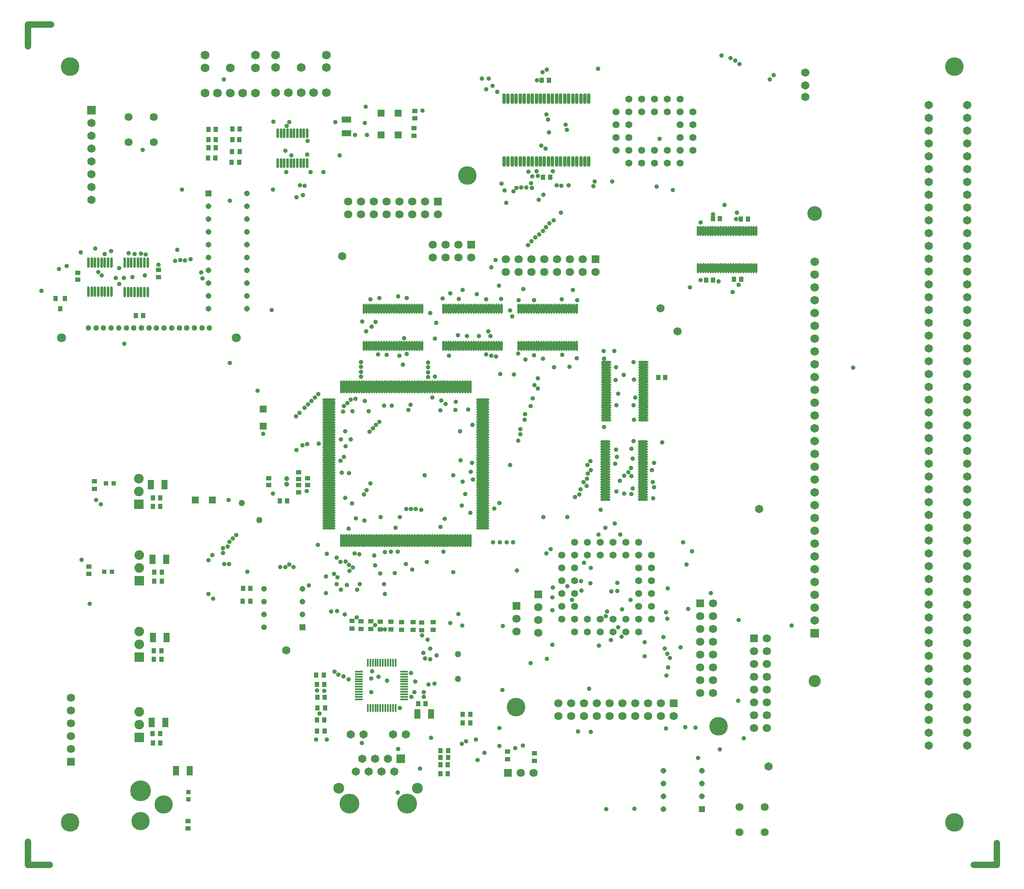
<source format=gts>
G04 Layer_Color=8388736*
%FSLAX25Y25*%
%MOIN*%
G70*
G01*
G75*
%ADD37C,0.05000*%
%ADD45C,0.04500*%
%ADD53C,0.05000*%
%ADD69R,0.03650X0.04043*%
%ADD70R,0.03650X0.04043*%
%ADD71R,0.04831X0.07193*%
%ADD72O,0.06406X0.01484*%
%ADD73O,0.01484X0.06406*%
%ADD74O,0.02665X0.08374*%
%ADD75R,0.05815X0.05224*%
%ADD76R,0.07193X0.04831*%
%ADD77R,0.03650X0.03650*%
%ADD78O,0.01878X0.08374*%
%ADD79O,0.01681X0.10146*%
%ADD80O,0.10146X0.01681*%
%ADD81R,0.04043X0.03256*%
%ADD82R,0.03256X0.04043*%
%ADD83R,0.04043X0.03650*%
%ADD84R,0.03650X0.03650*%
%ADD85O,0.01681X0.07980*%
%ADD86O,0.07980X0.01681*%
%ADD87O,0.02075X0.07587*%
%ADD88R,0.05224X0.05815*%
%ADD89C,0.06500*%
%ADD90R,0.06406X0.06406*%
%ADD91C,0.06406*%
%ADD92C,0.04437*%
%ADD93C,0.07100*%
%ADD94R,0.06406X0.06406*%
%ADD95C,0.03900*%
%ADD96C,0.14279*%
%ADD97C,0.16248*%
%ADD98R,0.06500X0.06500*%
%ADD99C,0.08500*%
%ADD100C,0.15500*%
%ADD101R,0.04500X0.04500*%
%ADD102C,0.05500*%
%ADD103C,0.06700*%
%ADD104C,0.11500*%
%ADD105C,0.09500*%
%ADD106R,0.06700X0.06700*%
%ADD107C,0.06220*%
%ADD108C,0.14500*%
%ADD109C,0.07500*%
%ADD110R,0.07500X0.07500*%
%ADD111R,0.06500X0.06500*%
%ADD112C,0.06799*%
%ADD113C,0.03500*%
D37*
X735000Y-3000D02*
X753000D01*
Y14000D01*
X-3000Y653000D02*
X15000D01*
X-3000Y636000D02*
Y653000D01*
Y-3000D02*
X14000D01*
X-3000D02*
Y15000D01*
D45*
X523200Y50400D02*
D03*
Y70400D02*
D03*
Y60400D02*
D03*
X493200Y70400D02*
D03*
Y60400D02*
D03*
Y50400D02*
D03*
Y40400D02*
D03*
X168000Y521000D02*
D03*
Y511000D02*
D03*
Y501000D02*
D03*
Y491000D02*
D03*
Y481000D02*
D03*
Y471000D02*
D03*
Y461000D02*
D03*
Y451000D02*
D03*
Y441000D02*
D03*
Y431000D02*
D03*
X138000D02*
D03*
Y441000D02*
D03*
Y451000D02*
D03*
Y461000D02*
D03*
Y471000D02*
D03*
Y481000D02*
D03*
Y491000D02*
D03*
Y501000D02*
D03*
Y511000D02*
D03*
X181400Y182400D02*
D03*
Y192400D02*
D03*
Y202400D02*
D03*
Y212400D02*
D03*
X211400D02*
D03*
Y202400D02*
D03*
Y192400D02*
D03*
D53*
X177776Y265824D02*
D03*
X164200Y279400D02*
D03*
X332700Y161300D02*
D03*
Y142100D02*
D03*
D69*
X398244Y609400D02*
D03*
X403756D02*
D03*
X324809Y68000D02*
D03*
X319297D02*
D03*
X324809Y75000D02*
D03*
X319297D02*
D03*
X87056Y425600D02*
D03*
X81544D02*
D03*
X156644Y563000D02*
D03*
X162156D02*
D03*
X143756D02*
D03*
X138244D02*
D03*
X399244Y533500D02*
D03*
X404756D02*
D03*
X199356Y281100D02*
D03*
X193844D02*
D03*
X307312Y122600D02*
D03*
X301800D02*
D03*
X526344Y453200D02*
D03*
X531856D02*
D03*
X553756Y454000D02*
D03*
X548244D02*
D03*
X559056Y500900D02*
D03*
X553544D02*
D03*
X537156Y501200D02*
D03*
X531644D02*
D03*
X494556Y377300D02*
D03*
X489044D02*
D03*
D70*
X26140Y438874D02*
D03*
X22400Y431000D02*
D03*
X18660Y438874D02*
D03*
D71*
X123315Y70300D02*
D03*
X112685D02*
D03*
X94785Y174300D02*
D03*
X105415D02*
D03*
X94585Y235400D02*
D03*
X105215D02*
D03*
X93185Y293500D02*
D03*
X103815D02*
D03*
X93785Y107900D02*
D03*
X104415D02*
D03*
X311715Y114800D02*
D03*
X301085D02*
D03*
D72*
X290964Y143773D02*
D03*
Y141805D02*
D03*
Y147710D02*
D03*
Y145742D02*
D03*
Y137868D02*
D03*
Y135899D02*
D03*
Y139836D02*
D03*
Y131962D02*
D03*
Y129994D02*
D03*
Y133931D02*
D03*
Y128025D02*
D03*
Y126057D02*
D03*
X255531Y145742D02*
D03*
Y143773D02*
D03*
Y147710D02*
D03*
Y139836D02*
D03*
Y137868D02*
D03*
Y141805D02*
D03*
Y133931D02*
D03*
Y131962D02*
D03*
Y135899D02*
D03*
Y128025D02*
D03*
Y126057D02*
D03*
Y129994D02*
D03*
D73*
X276200Y154600D02*
D03*
X278168D02*
D03*
X272263D02*
D03*
X274231D02*
D03*
X282105D02*
D03*
X284074D02*
D03*
X280137D02*
D03*
X284074Y119167D02*
D03*
X274231D02*
D03*
X276200D02*
D03*
X272263D02*
D03*
X280137D02*
D03*
X282105D02*
D03*
X278168D02*
D03*
X268326Y154600D02*
D03*
X270294D02*
D03*
X262420D02*
D03*
X266357D02*
D03*
X264389D02*
D03*
X268326Y119167D02*
D03*
X270294D02*
D03*
X264389D02*
D03*
X266357D02*
D03*
X262420D02*
D03*
D74*
X425497Y595008D02*
D03*
X428646D02*
D03*
X419198D02*
D03*
X422347D02*
D03*
X434946D02*
D03*
X431796D02*
D03*
X403450D02*
D03*
X406599D02*
D03*
X400300D02*
D03*
X412898D02*
D03*
X416048D02*
D03*
X409749D02*
D03*
X422347Y546000D02*
D03*
X425497D02*
D03*
X419198D02*
D03*
X431796D02*
D03*
X434946D02*
D03*
X428646D02*
D03*
X403450D02*
D03*
X406599D02*
D03*
X400300D02*
D03*
X412898D02*
D03*
X416048D02*
D03*
X409749D02*
D03*
X387702Y595008D02*
D03*
X390851D02*
D03*
X381402D02*
D03*
X384552D02*
D03*
X394001D02*
D03*
X397150D02*
D03*
X375103D02*
D03*
X378253D02*
D03*
X371954D02*
D03*
X368804D02*
D03*
X394001Y546000D02*
D03*
X397150D02*
D03*
X387702D02*
D03*
X390851D02*
D03*
X384552D02*
D03*
X368804D02*
D03*
X371954D02*
D03*
X378253D02*
D03*
X381402D02*
D03*
X375103D02*
D03*
D75*
X286094Y566500D02*
D03*
X272906D02*
D03*
X286094Y583500D02*
D03*
X272906D02*
D03*
X141094Y281500D02*
D03*
X127906D02*
D03*
D76*
X245700Y567985D02*
D03*
Y578615D02*
D03*
D77*
X122600Y53800D02*
D03*
Y47894D02*
D03*
D78*
X72843Y443983D02*
D03*
X75402D02*
D03*
X77961D02*
D03*
X80520D02*
D03*
X83080D02*
D03*
X85639D02*
D03*
X88198D02*
D03*
X90757D02*
D03*
X72843Y466817D02*
D03*
X75402D02*
D03*
X77961D02*
D03*
X80520D02*
D03*
X83080D02*
D03*
X85639D02*
D03*
X88198D02*
D03*
X90757D02*
D03*
X62357Y467017D02*
D03*
X59798D02*
D03*
X57239D02*
D03*
X54680D02*
D03*
X52120D02*
D03*
X49561D02*
D03*
X47002D02*
D03*
X44443D02*
D03*
X62357Y444183D02*
D03*
X59798D02*
D03*
X57239D02*
D03*
X54680D02*
D03*
X52120D02*
D03*
X49561D02*
D03*
X47002D02*
D03*
X44443D02*
D03*
D79*
X241921Y249941D02*
D03*
X241921Y369823D02*
D03*
X300976Y249941D02*
D03*
X243890Y369823D02*
D03*
X245858D02*
D03*
X247827D02*
D03*
X249795D02*
D03*
X251764D02*
D03*
X253732D02*
D03*
X255701D02*
D03*
X257669D02*
D03*
X259638D02*
D03*
X261606D02*
D03*
X263575D02*
D03*
X265543D02*
D03*
X267512D02*
D03*
X269480D02*
D03*
X271449D02*
D03*
X273417D02*
D03*
X275386D02*
D03*
X277354D02*
D03*
X279323D02*
D03*
X281291D02*
D03*
X283260D02*
D03*
X285228D02*
D03*
X287197D02*
D03*
X289165D02*
D03*
X291134D02*
D03*
X293102D02*
D03*
X295071D02*
D03*
X297039D02*
D03*
X299008D02*
D03*
X300976D02*
D03*
X302945D02*
D03*
X304913D02*
D03*
X306882D02*
D03*
X308850D02*
D03*
X310819D02*
D03*
X312787D02*
D03*
X314756D02*
D03*
X316724D02*
D03*
X318693D02*
D03*
X320661D02*
D03*
X322630D02*
D03*
X324598D02*
D03*
X326567D02*
D03*
X328535D02*
D03*
X330504D02*
D03*
X332473D02*
D03*
X334441D02*
D03*
X336410D02*
D03*
X338378D02*
D03*
X340347D02*
D03*
X342315D02*
D03*
Y249941D02*
D03*
X340347D02*
D03*
X338378D02*
D03*
X336410D02*
D03*
X334441D02*
D03*
X332473D02*
D03*
X330504D02*
D03*
X328535D02*
D03*
X326567D02*
D03*
X324598D02*
D03*
X322630D02*
D03*
X320661D02*
D03*
X318693D02*
D03*
X316724D02*
D03*
X314756D02*
D03*
X312787D02*
D03*
X310819D02*
D03*
X308850D02*
D03*
X306882D02*
D03*
X304913D02*
D03*
X302945D02*
D03*
X299008D02*
D03*
X297039D02*
D03*
X295071D02*
D03*
X293102D02*
D03*
X291134D02*
D03*
X289165D02*
D03*
X287197D02*
D03*
X285228D02*
D03*
X283260D02*
D03*
X281291D02*
D03*
X279323D02*
D03*
X277354D02*
D03*
X275386D02*
D03*
X273417D02*
D03*
X271449D02*
D03*
X269480D02*
D03*
X267512D02*
D03*
X265543D02*
D03*
X263575D02*
D03*
X261606D02*
D03*
X259638D02*
D03*
X257669D02*
D03*
X255701D02*
D03*
X253732D02*
D03*
X251764D02*
D03*
X249795D02*
D03*
X247827D02*
D03*
X245858D02*
D03*
X243890D02*
D03*
D80*
X232177Y304961D02*
D03*
Y259685D02*
D03*
X352059D02*
D03*
Y289213D02*
D03*
Y283307D02*
D03*
X232177Y273465D02*
D03*
Y360079D02*
D03*
X352059D02*
D03*
Y358110D02*
D03*
Y356142D02*
D03*
Y354173D02*
D03*
Y352205D02*
D03*
Y350236D02*
D03*
Y348268D02*
D03*
Y346299D02*
D03*
Y344331D02*
D03*
Y342362D02*
D03*
Y340394D02*
D03*
Y338425D02*
D03*
Y336457D02*
D03*
Y334488D02*
D03*
Y332520D02*
D03*
Y330551D02*
D03*
Y328583D02*
D03*
Y326614D02*
D03*
Y324646D02*
D03*
Y322677D02*
D03*
Y320709D02*
D03*
Y318740D02*
D03*
Y316772D02*
D03*
Y314803D02*
D03*
Y312835D02*
D03*
Y310866D02*
D03*
Y308898D02*
D03*
Y306929D02*
D03*
Y304961D02*
D03*
Y302992D02*
D03*
Y301024D02*
D03*
Y299055D02*
D03*
Y297087D02*
D03*
Y295118D02*
D03*
Y293150D02*
D03*
Y291181D02*
D03*
Y287244D02*
D03*
Y285276D02*
D03*
Y281339D02*
D03*
Y279370D02*
D03*
Y277402D02*
D03*
Y275433D02*
D03*
Y273465D02*
D03*
Y271496D02*
D03*
Y269528D02*
D03*
Y267559D02*
D03*
Y265591D02*
D03*
Y263622D02*
D03*
Y261654D02*
D03*
X232177Y358110D02*
D03*
Y356142D02*
D03*
Y354173D02*
D03*
Y352205D02*
D03*
Y350236D02*
D03*
Y348268D02*
D03*
Y346299D02*
D03*
Y344331D02*
D03*
Y342362D02*
D03*
Y340394D02*
D03*
Y338425D02*
D03*
Y336457D02*
D03*
Y334488D02*
D03*
Y332520D02*
D03*
Y330551D02*
D03*
Y328583D02*
D03*
Y326614D02*
D03*
Y324646D02*
D03*
Y322677D02*
D03*
Y320709D02*
D03*
Y318740D02*
D03*
Y316772D02*
D03*
Y314803D02*
D03*
Y312835D02*
D03*
Y310866D02*
D03*
Y308898D02*
D03*
Y306929D02*
D03*
Y302992D02*
D03*
Y301024D02*
D03*
Y299055D02*
D03*
Y297087D02*
D03*
Y295118D02*
D03*
Y293150D02*
D03*
Y291181D02*
D03*
Y289213D02*
D03*
Y287244D02*
D03*
Y285276D02*
D03*
Y283307D02*
D03*
Y281339D02*
D03*
Y279370D02*
D03*
Y277402D02*
D03*
Y275433D02*
D03*
Y271496D02*
D03*
Y269528D02*
D03*
Y267559D02*
D03*
Y265591D02*
D03*
Y263622D02*
D03*
Y261654D02*
D03*
D81*
X299000Y585453D02*
D03*
Y579547D02*
D03*
X298500Y571953D02*
D03*
Y566047D02*
D03*
X250100Y181247D02*
D03*
Y187153D02*
D03*
X257300Y186953D02*
D03*
Y181047D02*
D03*
X264700Y186953D02*
D03*
Y181047D02*
D03*
X272300Y186553D02*
D03*
Y180647D02*
D03*
X297700Y180447D02*
D03*
Y186353D02*
D03*
X280500Y180647D02*
D03*
Y186553D02*
D03*
X304400Y185953D02*
D03*
Y180047D02*
D03*
X122100Y31053D02*
D03*
Y25147D02*
D03*
X49100Y296353D02*
D03*
Y290447D02*
D03*
X44800Y223847D02*
D03*
Y229753D02*
D03*
X288700Y186353D02*
D03*
Y180447D02*
D03*
X313600Y186153D02*
D03*
Y180247D02*
D03*
X392600Y84000D02*
D03*
Y78094D02*
D03*
X371400Y85200D02*
D03*
Y79294D02*
D03*
D82*
X101353Y157200D02*
D03*
X95447D02*
D03*
Y164000D02*
D03*
X101353D02*
D03*
X101753Y218200D02*
D03*
X95847D02*
D03*
X95947Y225400D02*
D03*
X101853D02*
D03*
X100553Y276800D02*
D03*
X94647D02*
D03*
Y283400D02*
D03*
X100553D02*
D03*
Y91900D02*
D03*
X94647D02*
D03*
X94600Y99400D02*
D03*
X100506D02*
D03*
X319100Y86000D02*
D03*
X325006D02*
D03*
X319100Y80500D02*
D03*
X325006D02*
D03*
X162553Y571400D02*
D03*
X156647D02*
D03*
X162306Y553800D02*
D03*
X156400D02*
D03*
X137647Y548800D02*
D03*
X143553D02*
D03*
X342353Y107700D02*
D03*
X336447D02*
D03*
X342453Y114200D02*
D03*
X336547D02*
D03*
X138047Y556600D02*
D03*
X143953D02*
D03*
X156247Y545200D02*
D03*
X162153D02*
D03*
X143953Y571000D02*
D03*
X138047D02*
D03*
X222847Y101400D02*
D03*
X228753D02*
D03*
X223147Y119300D02*
D03*
X229053D02*
D03*
X222647Y137600D02*
D03*
X228553D02*
D03*
X223047Y127800D02*
D03*
X228953D02*
D03*
X222647Y109900D02*
D03*
X228553D02*
D03*
X170753Y202600D02*
D03*
X164847D02*
D03*
X170953Y212600D02*
D03*
X165047D02*
D03*
X222094Y145000D02*
D03*
X228000D02*
D03*
D83*
X208600Y303456D02*
D03*
Y297944D02*
D03*
Y287644D02*
D03*
Y293156D02*
D03*
X185100Y298756D02*
D03*
Y293244D02*
D03*
X99000Y461156D02*
D03*
Y455644D02*
D03*
X36200Y453544D02*
D03*
Y459056D02*
D03*
X215500Y298756D02*
D03*
Y293244D02*
D03*
D84*
X58300Y294800D02*
D03*
X64206D02*
D03*
X56894Y225600D02*
D03*
X62800D02*
D03*
D85*
X304717Y401866D02*
D03*
X302748D02*
D03*
X300780D02*
D03*
X298811D02*
D03*
X296843D02*
D03*
X294874D02*
D03*
X292906D02*
D03*
X290937D02*
D03*
X288969D02*
D03*
X287000D02*
D03*
X285032D02*
D03*
X283063D02*
D03*
X281095D02*
D03*
X279126D02*
D03*
X277158D02*
D03*
X275189D02*
D03*
X273221D02*
D03*
X271252D02*
D03*
X269284D02*
D03*
X267315D02*
D03*
X265347D02*
D03*
X263378D02*
D03*
X261410D02*
D03*
X259441D02*
D03*
Y431000D02*
D03*
X302748D02*
D03*
X304717D02*
D03*
X261410D02*
D03*
X263378D02*
D03*
X265347D02*
D03*
X267315D02*
D03*
X269284D02*
D03*
X271252D02*
D03*
X273221D02*
D03*
X275189D02*
D03*
X277158D02*
D03*
X279126D02*
D03*
X281095D02*
D03*
X283063D02*
D03*
X285032D02*
D03*
X287000D02*
D03*
X288969D02*
D03*
X290937D02*
D03*
X292906D02*
D03*
X294874D02*
D03*
X296843D02*
D03*
X298811D02*
D03*
X300780D02*
D03*
X565433Y462500D02*
D03*
X563465D02*
D03*
X561496D02*
D03*
X559528D02*
D03*
X557559D02*
D03*
X555591D02*
D03*
X553622D02*
D03*
X551654D02*
D03*
X549685D02*
D03*
X547717D02*
D03*
X545748D02*
D03*
X543780D02*
D03*
X541811D02*
D03*
X539843D02*
D03*
X537874D02*
D03*
X535906D02*
D03*
X533937D02*
D03*
X531969D02*
D03*
X530000D02*
D03*
X528032D02*
D03*
X526063D02*
D03*
X524095D02*
D03*
X522126D02*
D03*
X520158D02*
D03*
Y491634D02*
D03*
X563465D02*
D03*
X565433D02*
D03*
X522126D02*
D03*
X524095D02*
D03*
X526063D02*
D03*
X528032D02*
D03*
X530000D02*
D03*
X531969D02*
D03*
X533937D02*
D03*
X535906D02*
D03*
X537874D02*
D03*
X539843D02*
D03*
X541811D02*
D03*
X543780D02*
D03*
X545748D02*
D03*
X547717D02*
D03*
X549685D02*
D03*
X551654D02*
D03*
X553622D02*
D03*
X555591D02*
D03*
X557559D02*
D03*
X559528D02*
D03*
X561496D02*
D03*
X366654Y402000D02*
D03*
X364685D02*
D03*
X362717D02*
D03*
X360748D02*
D03*
X358780D02*
D03*
X356811D02*
D03*
X354843D02*
D03*
X352874D02*
D03*
X350906D02*
D03*
X348937D02*
D03*
X346969D02*
D03*
X345000D02*
D03*
X343032D02*
D03*
X341063D02*
D03*
X339095D02*
D03*
X337126D02*
D03*
X335158D02*
D03*
X333189D02*
D03*
X331221D02*
D03*
X329252D02*
D03*
X327284D02*
D03*
X325315D02*
D03*
X323347D02*
D03*
X321378D02*
D03*
Y431134D02*
D03*
X364685D02*
D03*
X366654D02*
D03*
X323347D02*
D03*
X325315D02*
D03*
X327284D02*
D03*
X329252D02*
D03*
X331221D02*
D03*
X333189D02*
D03*
X335158D02*
D03*
X337126D02*
D03*
X339095D02*
D03*
X341063D02*
D03*
X343032D02*
D03*
X345000D02*
D03*
X346969D02*
D03*
X348937D02*
D03*
X350906D02*
D03*
X352874D02*
D03*
X354843D02*
D03*
X356811D02*
D03*
X358780D02*
D03*
X360748D02*
D03*
X362717D02*
D03*
X425496Y401866D02*
D03*
X423528D02*
D03*
X421559D02*
D03*
X419591D02*
D03*
X417622D02*
D03*
X415654D02*
D03*
X413685D02*
D03*
X411717D02*
D03*
X409748D02*
D03*
X407780D02*
D03*
X405811D02*
D03*
X403843D02*
D03*
X401874D02*
D03*
X399906D02*
D03*
X397937D02*
D03*
X395969D02*
D03*
X394000D02*
D03*
X392032D02*
D03*
X390063D02*
D03*
X388095D02*
D03*
X386126D02*
D03*
X384158D02*
D03*
X382189D02*
D03*
X380221D02*
D03*
Y431000D02*
D03*
X423528D02*
D03*
X425496D02*
D03*
X382189D02*
D03*
X384158D02*
D03*
X386126D02*
D03*
X388095D02*
D03*
X390063D02*
D03*
X392032D02*
D03*
X394000D02*
D03*
X395969D02*
D03*
X397937D02*
D03*
X399906D02*
D03*
X401874D02*
D03*
X403843D02*
D03*
X405811D02*
D03*
X407780D02*
D03*
X409748D02*
D03*
X411717D02*
D03*
X413685D02*
D03*
X415654D02*
D03*
X417622D02*
D03*
X419591D02*
D03*
X421559D02*
D03*
D86*
X447866Y281941D02*
D03*
Y283910D02*
D03*
Y285878D02*
D03*
Y287847D02*
D03*
Y289815D02*
D03*
Y291784D02*
D03*
Y293752D02*
D03*
Y295721D02*
D03*
Y297689D02*
D03*
Y299658D02*
D03*
Y301626D02*
D03*
Y303595D02*
D03*
Y305563D02*
D03*
Y307532D02*
D03*
Y309500D02*
D03*
Y311469D02*
D03*
Y313437D02*
D03*
Y315406D02*
D03*
Y317374D02*
D03*
Y319343D02*
D03*
Y321311D02*
D03*
Y323280D02*
D03*
Y325248D02*
D03*
Y327217D02*
D03*
X477000D02*
D03*
Y283910D02*
D03*
Y281941D02*
D03*
Y325248D02*
D03*
Y323280D02*
D03*
Y321311D02*
D03*
Y319343D02*
D03*
Y317374D02*
D03*
Y315406D02*
D03*
Y313437D02*
D03*
Y311469D02*
D03*
Y309500D02*
D03*
Y307532D02*
D03*
Y305563D02*
D03*
Y303595D02*
D03*
Y301626D02*
D03*
Y299658D02*
D03*
Y297689D02*
D03*
Y295721D02*
D03*
Y293752D02*
D03*
Y291784D02*
D03*
Y289815D02*
D03*
Y287847D02*
D03*
Y285878D02*
D03*
X448500Y343973D02*
D03*
Y345941D02*
D03*
Y347910D02*
D03*
Y349878D02*
D03*
Y351847D02*
D03*
Y353815D02*
D03*
Y355784D02*
D03*
Y357752D02*
D03*
Y359721D02*
D03*
Y361689D02*
D03*
Y363658D02*
D03*
Y365626D02*
D03*
Y367595D02*
D03*
Y369563D02*
D03*
Y371532D02*
D03*
Y373500D02*
D03*
Y375469D02*
D03*
Y377437D02*
D03*
Y379406D02*
D03*
Y381374D02*
D03*
Y383343D02*
D03*
Y385311D02*
D03*
Y387280D02*
D03*
Y389248D02*
D03*
X477634D02*
D03*
Y345941D02*
D03*
Y343973D02*
D03*
Y387280D02*
D03*
Y385311D02*
D03*
Y383343D02*
D03*
Y381374D02*
D03*
Y379406D02*
D03*
Y377437D02*
D03*
Y375469D02*
D03*
Y373500D02*
D03*
Y371532D02*
D03*
Y369563D02*
D03*
Y367595D02*
D03*
Y365626D02*
D03*
Y363658D02*
D03*
Y361689D02*
D03*
Y359721D02*
D03*
Y357752D02*
D03*
Y355784D02*
D03*
Y353815D02*
D03*
Y351847D02*
D03*
Y349878D02*
D03*
Y347910D02*
D03*
D87*
X209995Y568000D02*
D03*
X207436D02*
D03*
X204877D02*
D03*
X202318D02*
D03*
X199759D02*
D03*
X197200D02*
D03*
X192082Y544575D02*
D03*
X194641D02*
D03*
X197200D02*
D03*
X199759D02*
D03*
X202318D02*
D03*
X204877D02*
D03*
X194641Y568000D02*
D03*
X207436Y544575D02*
D03*
X209995D02*
D03*
X212554D02*
D03*
X215113D02*
D03*
X192082Y568000D02*
D03*
X212554D02*
D03*
X215113D02*
D03*
D88*
X180900Y352594D02*
D03*
Y339406D02*
D03*
D89*
X575000Y73800D02*
D03*
X504300Y413300D02*
D03*
X730000Y590000D02*
D03*
Y580000D02*
D03*
Y570000D02*
D03*
Y560000D02*
D03*
Y550000D02*
D03*
Y540000D02*
D03*
Y530000D02*
D03*
Y520000D02*
D03*
X700000Y590000D02*
D03*
Y580000D02*
D03*
Y570000D02*
D03*
Y560000D02*
D03*
Y550000D02*
D03*
Y540000D02*
D03*
Y530000D02*
D03*
Y520000D02*
D03*
X730000Y230000D02*
D03*
Y220000D02*
D03*
Y210000D02*
D03*
Y200000D02*
D03*
Y190000D02*
D03*
Y180000D02*
D03*
Y170000D02*
D03*
Y160000D02*
D03*
Y150000D02*
D03*
Y140000D02*
D03*
Y130000D02*
D03*
Y120000D02*
D03*
Y110000D02*
D03*
Y90000D02*
D03*
Y100000D02*
D03*
X700000Y230000D02*
D03*
Y220000D02*
D03*
Y210000D02*
D03*
Y200000D02*
D03*
Y190000D02*
D03*
Y180000D02*
D03*
Y170000D02*
D03*
Y160000D02*
D03*
Y150000D02*
D03*
Y140000D02*
D03*
Y130000D02*
D03*
Y120000D02*
D03*
Y110000D02*
D03*
Y90000D02*
D03*
Y100000D02*
D03*
X730000Y240000D02*
D03*
Y250000D02*
D03*
Y260000D02*
D03*
Y270000D02*
D03*
Y280000D02*
D03*
X700000Y250000D02*
D03*
Y240000D02*
D03*
Y260000D02*
D03*
Y270000D02*
D03*
Y280000D02*
D03*
X730000Y290000D02*
D03*
Y300000D02*
D03*
Y310000D02*
D03*
Y320000D02*
D03*
Y330000D02*
D03*
Y340000D02*
D03*
Y350000D02*
D03*
Y360000D02*
D03*
Y370000D02*
D03*
Y380000D02*
D03*
Y390000D02*
D03*
Y400000D02*
D03*
Y410000D02*
D03*
Y420000D02*
D03*
X700000Y290000D02*
D03*
Y300000D02*
D03*
Y310000D02*
D03*
Y320000D02*
D03*
Y330000D02*
D03*
Y340000D02*
D03*
Y350000D02*
D03*
Y360000D02*
D03*
Y380000D02*
D03*
Y370000D02*
D03*
Y390000D02*
D03*
Y400000D02*
D03*
Y410000D02*
D03*
Y420000D02*
D03*
Y430000D02*
D03*
Y440000D02*
D03*
Y450000D02*
D03*
Y460000D02*
D03*
Y470000D02*
D03*
Y480000D02*
D03*
Y490000D02*
D03*
Y500000D02*
D03*
Y510000D02*
D03*
X730000Y430000D02*
D03*
Y440000D02*
D03*
Y450000D02*
D03*
Y460000D02*
D03*
Y470000D02*
D03*
Y480000D02*
D03*
Y490000D02*
D03*
Y500000D02*
D03*
Y510000D02*
D03*
X198900Y164400D02*
D03*
X567900Y274700D02*
D03*
X490800Y431300D02*
D03*
X242600Y472000D02*
D03*
X292000Y98500D02*
D03*
X282000D02*
D03*
X268000Y79500D02*
D03*
X278000D02*
D03*
X273000Y69500D02*
D03*
X283000D02*
D03*
X259000Y98500D02*
D03*
X258000Y79500D02*
D03*
X249000Y98500D02*
D03*
X253000Y69500D02*
D03*
X263000D02*
D03*
X46700Y516100D02*
D03*
Y526100D02*
D03*
Y536100D02*
D03*
Y546100D02*
D03*
Y556100D02*
D03*
Y566100D02*
D03*
Y576100D02*
D03*
X603800Y615300D02*
D03*
Y605300D02*
D03*
Y596300D02*
D03*
D90*
X30800Y77400D02*
D03*
X563800Y173500D02*
D03*
X521900Y200900D02*
D03*
X378500Y199000D02*
D03*
X395500Y208000D02*
D03*
D91*
X30800Y87400D02*
D03*
Y97400D02*
D03*
Y107400D02*
D03*
Y117400D02*
D03*
Y127400D02*
D03*
X333000Y481000D02*
D03*
X343000Y471000D02*
D03*
X323000D02*
D03*
X333000D02*
D03*
X323000Y481000D02*
D03*
X313000D02*
D03*
Y471000D02*
D03*
X501000Y113000D02*
D03*
X471000Y123000D02*
D03*
X461000D02*
D03*
X491000D02*
D03*
X481000D02*
D03*
X491000Y113000D02*
D03*
X471000D02*
D03*
X461000D02*
D03*
X481000D02*
D03*
X451000Y123000D02*
D03*
X441000D02*
D03*
X431000D02*
D03*
X421000D02*
D03*
X411000D02*
D03*
X431000Y113000D02*
D03*
X441000D02*
D03*
X421000D02*
D03*
X451000D02*
D03*
X411000D02*
D03*
X573800Y173500D02*
D03*
Y163500D02*
D03*
Y143500D02*
D03*
Y153500D02*
D03*
Y133500D02*
D03*
Y113500D02*
D03*
Y103500D02*
D03*
Y123500D02*
D03*
X563800Y153500D02*
D03*
Y163500D02*
D03*
Y143500D02*
D03*
Y123500D02*
D03*
Y133500D02*
D03*
Y113500D02*
D03*
Y103500D02*
D03*
X531900Y200900D02*
D03*
Y190900D02*
D03*
Y170900D02*
D03*
Y180900D02*
D03*
Y160900D02*
D03*
Y140900D02*
D03*
Y130900D02*
D03*
Y150900D02*
D03*
X521900Y180900D02*
D03*
Y190900D02*
D03*
Y170900D02*
D03*
Y150900D02*
D03*
Y160900D02*
D03*
Y140900D02*
D03*
Y130900D02*
D03*
X378500Y189000D02*
D03*
Y179000D02*
D03*
X395500Y198000D02*
D03*
Y178000D02*
D03*
Y188000D02*
D03*
X440000Y459500D02*
D03*
X420000Y469500D02*
D03*
X410000D02*
D03*
X430000D02*
D03*
Y459500D02*
D03*
X410000D02*
D03*
X400000D02*
D03*
X420000D02*
D03*
X400000Y469500D02*
D03*
X390000D02*
D03*
X380000D02*
D03*
X370000D02*
D03*
X390000Y459500D02*
D03*
X380000D02*
D03*
X370000D02*
D03*
X317000Y504500D02*
D03*
X297000Y514500D02*
D03*
X287000D02*
D03*
X307000D02*
D03*
Y504500D02*
D03*
X287000D02*
D03*
X277000D02*
D03*
X297000D02*
D03*
X277000Y514500D02*
D03*
X267000D02*
D03*
X257000D02*
D03*
X247000D02*
D03*
X267000Y504500D02*
D03*
X257000D02*
D03*
X247000D02*
D03*
X391800Y68600D02*
D03*
X381800D02*
D03*
D92*
X109422Y416000D02*
D03*
X103517D02*
D03*
X115328D02*
D03*
X91706D02*
D03*
X85800D02*
D03*
X97611D02*
D03*
X138950D02*
D03*
X127139D02*
D03*
X121233D02*
D03*
X133044D02*
D03*
X79894D02*
D03*
X73989D02*
D03*
X62178D02*
D03*
X56272D02*
D03*
X68083D02*
D03*
X50367D02*
D03*
X44461D02*
D03*
D93*
X159816Y408323D02*
D03*
X23595D02*
D03*
D94*
X343000Y481000D02*
D03*
X501000Y123000D02*
D03*
X440000Y469500D02*
D03*
X317000Y514500D02*
D03*
X371800Y68600D02*
D03*
D95*
X199000Y298300D02*
D03*
Y294000D02*
D03*
D96*
X103300Y44000D02*
D03*
X85300Y31000D02*
D03*
D97*
Y54500D02*
D03*
D98*
X288000Y79500D02*
D03*
D99*
X301200Y56500D02*
D03*
X239800D02*
D03*
D100*
X293000Y44500D02*
D03*
X248000D02*
D03*
D101*
X523200Y40400D02*
D03*
X138000Y521000D02*
D03*
X211400Y182400D02*
D03*
D102*
X483800Y238700D02*
D03*
Y228700D02*
D03*
X473800Y248700D02*
D03*
Y238700D02*
D03*
X483800Y218700D02*
D03*
Y208700D02*
D03*
X473800Y218700D02*
D03*
X453800Y248700D02*
D03*
X463800D02*
D03*
X453800Y238700D02*
D03*
X473800Y228700D02*
D03*
Y208700D02*
D03*
X463800Y238700D02*
D03*
X483800Y198700D02*
D03*
X473800D02*
D03*
X483800Y188700D02*
D03*
X473800D02*
D03*
X463800D02*
D03*
X473800Y178700D02*
D03*
X453800Y188700D02*
D03*
Y178700D02*
D03*
X463800D02*
D03*
X443800D02*
D03*
X433800Y248700D02*
D03*
X443800D02*
D03*
X433800Y238700D02*
D03*
X443800D02*
D03*
X423800D02*
D03*
Y248700D02*
D03*
Y228700D02*
D03*
X413800Y238700D02*
D03*
Y228700D02*
D03*
X423800Y218700D02*
D03*
X413800D02*
D03*
X433800Y188700D02*
D03*
X443800D02*
D03*
X423800Y198700D02*
D03*
Y178700D02*
D03*
X433800D02*
D03*
X413800Y208700D02*
D03*
X423800D02*
D03*
X413800Y198700D02*
D03*
X423800Y188700D02*
D03*
X413800D02*
D03*
X516200Y584600D02*
D03*
X506200D02*
D03*
X516200Y574600D02*
D03*
X506200D02*
D03*
X496200Y594600D02*
D03*
X506200D02*
D03*
X486200D02*
D03*
X496200Y584600D02*
D03*
X486200D02*
D03*
X516200Y564600D02*
D03*
X506200D02*
D03*
X516200Y554600D02*
D03*
X506200D02*
D03*
Y544600D02*
D03*
X496200Y554600D02*
D03*
Y544600D02*
D03*
X486200D02*
D03*
X466200Y594600D02*
D03*
X476200D02*
D03*
Y584600D02*
D03*
X466200D02*
D03*
Y574600D02*
D03*
X456200Y584600D02*
D03*
X466200Y564600D02*
D03*
X456200Y574600D02*
D03*
X476200Y554600D02*
D03*
X486200D02*
D03*
X466200D02*
D03*
X476200Y544600D02*
D03*
X456200Y564600D02*
D03*
X466200Y544600D02*
D03*
X456200Y554600D02*
D03*
D103*
X611300Y417700D02*
D03*
Y407700D02*
D03*
Y427700D02*
D03*
Y387700D02*
D03*
Y397700D02*
D03*
Y457700D02*
D03*
Y467700D02*
D03*
Y437700D02*
D03*
Y447700D02*
D03*
Y337700D02*
D03*
Y327700D02*
D03*
Y307700D02*
D03*
Y317700D02*
D03*
Y367700D02*
D03*
Y377700D02*
D03*
Y347700D02*
D03*
Y357700D02*
D03*
Y297700D02*
D03*
Y277700D02*
D03*
Y287700D02*
D03*
Y257700D02*
D03*
Y267700D02*
D03*
Y237700D02*
D03*
Y247700D02*
D03*
Y217700D02*
D03*
Y207700D02*
D03*
Y227700D02*
D03*
Y197700D02*
D03*
Y187700D02*
D03*
D104*
Y505200D02*
D03*
D105*
Y140200D02*
D03*
D106*
Y177700D02*
D03*
D107*
X572000Y42000D02*
D03*
Y22315D02*
D03*
X552315D02*
D03*
Y42000D02*
D03*
X95500Y580685D02*
D03*
X75815D02*
D03*
X95500Y561000D02*
D03*
X75815D02*
D03*
D108*
X340000Y535000D02*
D03*
X536000Y105000D02*
D03*
X378000Y120000D02*
D03*
X30000Y620000D02*
D03*
X720000D02*
D03*
Y30000D02*
D03*
X30000D02*
D03*
D109*
X84100Y106400D02*
D03*
Y116400D02*
D03*
X84200Y169000D02*
D03*
Y179000D02*
D03*
X84300Y228700D02*
D03*
Y238700D02*
D03*
X83900Y288300D02*
D03*
Y298300D02*
D03*
D110*
X84100Y96400D02*
D03*
X84200Y159000D02*
D03*
X84300Y218700D02*
D03*
X83900Y278300D02*
D03*
D111*
X46700Y586100D02*
D03*
D112*
X200473Y599473D02*
D03*
X220158D02*
D03*
X230000D02*
D03*
X190630Y619158D02*
D03*
X230000D02*
D03*
X190630Y629000D02*
D03*
X230000D02*
D03*
X210315Y619158D02*
D03*
Y599473D02*
D03*
X190630D02*
D03*
X145157Y599315D02*
D03*
X164842D02*
D03*
X174685D02*
D03*
X135315Y619000D02*
D03*
X174685D02*
D03*
X135315Y628842D02*
D03*
X174685D02*
D03*
X155000Y619000D02*
D03*
Y599315D02*
D03*
X135315D02*
D03*
D113*
X78700Y455700D02*
D03*
X72200Y455100D02*
D03*
X402000Y617500D02*
D03*
X141048Y238685D02*
D03*
X138300Y234500D02*
D03*
X149600Y240200D02*
D03*
X238400Y195000D02*
D03*
X233700Y194800D02*
D03*
X244600Y192200D02*
D03*
X113800Y476900D02*
D03*
X311200Y157200D02*
D03*
X307000Y158100D02*
D03*
X305800Y162400D02*
D03*
X320900Y439000D02*
D03*
X261300Y413400D02*
D03*
X413800Y438300D02*
D03*
X349000Y409700D02*
D03*
X356600Y413400D02*
D03*
X375100Y424900D02*
D03*
X286000Y440600D02*
D03*
X292700Y439400D02*
D03*
X547100Y444100D02*
D03*
X284200Y260000D02*
D03*
X247600Y259400D02*
D03*
X272400Y268400D02*
D03*
X342496Y271496D02*
D03*
X363500Y600400D02*
D03*
X416700Y574700D02*
D03*
X417900Y570700D02*
D03*
X403100Y578600D02*
D03*
X442200Y618400D02*
D03*
X398700Y615500D02*
D03*
X394400Y609400D02*
D03*
X439600Y530400D02*
D03*
X438500Y526700D02*
D03*
X419000Y527200D02*
D03*
X413500Y527100D02*
D03*
X409749Y527151D02*
D03*
X395000Y534500D02*
D03*
X394001Y538399D02*
D03*
X390851Y534249D02*
D03*
X387702Y537898D02*
D03*
X397900Y558400D02*
D03*
X401200Y555900D02*
D03*
X386000Y525500D02*
D03*
X382300D02*
D03*
X378600Y525300D02*
D03*
X376000Y522500D02*
D03*
X389800Y529100D02*
D03*
X390600Y525200D02*
D03*
X395800Y515900D02*
D03*
X399400Y519900D02*
D03*
X366800Y528500D02*
D03*
X370400Y513700D02*
D03*
X351500Y610700D02*
D03*
X356700Y610800D02*
D03*
X403900Y568700D02*
D03*
X401700Y582700D02*
D03*
X311715Y96085D02*
D03*
X470000Y344200D02*
D03*
X455864Y375436D02*
D03*
X456300Y385200D02*
D03*
X469800Y389300D02*
D03*
X469700Y355800D02*
D03*
X456600D02*
D03*
X224300Y325500D02*
D03*
X456695Y315406D02*
D03*
X329000Y301000D02*
D03*
X304000Y274100D02*
D03*
X253000Y267400D02*
D03*
X201266Y231399D02*
D03*
X198000Y229433D02*
D03*
X204500Y229400D02*
D03*
X555800Y95500D02*
D03*
X39000Y235000D02*
D03*
X45600Y200700D02*
D03*
X452000Y172200D02*
D03*
X498300Y158400D02*
D03*
X495100Y103400D02*
D03*
X457700Y182300D02*
D03*
X496300Y161600D02*
D03*
X460600Y175000D02*
D03*
X496800Y151100D02*
D03*
X510100Y104263D02*
D03*
X495600Y144500D02*
D03*
X442900Y168100D02*
D03*
X378700Y226600D02*
D03*
X435200Y134200D02*
D03*
X467400Y203800D02*
D03*
X496417Y212700D02*
D03*
X512417Y196700D02*
D03*
X551734Y188100D02*
D03*
X455100Y263300D02*
D03*
X444300Y274100D02*
D03*
X452600Y210400D02*
D03*
X457100Y210500D02*
D03*
X460900Y196200D02*
D03*
X493300Y174600D02*
D03*
X506400Y166800D02*
D03*
X551600Y124900D02*
D03*
X421700Y203500D02*
D03*
X429100Y211100D02*
D03*
X428900Y218400D02*
D03*
X448247Y190900D02*
D03*
X494300Y165800D02*
D03*
X478500Y170500D02*
D03*
X449300Y194600D02*
D03*
X495100Y194100D02*
D03*
X442400Y254500D02*
D03*
X459600Y254600D02*
D03*
X593100Y183800D02*
D03*
X508400Y248700D02*
D03*
X515400Y241700D02*
D03*
X511300Y231400D02*
D03*
X287367Y119167D02*
D03*
X265300Y131500D02*
D03*
Y142300D02*
D03*
X270700Y143600D02*
D03*
X295800Y356100D02*
D03*
X446800Y338700D02*
D03*
X199000Y573600D02*
D03*
X252600Y566500D02*
D03*
X261800D02*
D03*
X117500Y524100D02*
D03*
X86700Y554900D02*
D03*
X453000Y530200D02*
D03*
X376500Y379500D02*
D03*
X395000Y368500D02*
D03*
X391300Y360900D02*
D03*
X454800Y398100D02*
D03*
X522300Y498300D02*
D03*
X369300Y523300D02*
D03*
X413000Y506100D02*
D03*
X133600Y454600D02*
D03*
X132400Y459400D02*
D03*
X124100Y469800D02*
D03*
X112200Y468400D02*
D03*
X119900Y468800D02*
D03*
X116200Y468900D02*
D03*
X62000Y476100D02*
D03*
X333300Y192600D02*
D03*
X326700Y185600D02*
D03*
X316100Y160400D02*
D03*
X296300Y146600D02*
D03*
X299636Y139836D02*
D03*
X308600Y233200D02*
D03*
X321400Y241400D02*
D03*
X280500Y241200D02*
D03*
X250800Y228900D02*
D03*
X255700Y239400D02*
D03*
X252000Y239900D02*
D03*
X248200Y226267D02*
D03*
X245000Y233800D02*
D03*
X247700Y231100D02*
D03*
X241100Y233200D02*
D03*
X238300Y236600D02*
D03*
X236084Y224016D02*
D03*
X238700Y221400D02*
D03*
X283600Y224500D02*
D03*
X319200Y260600D02*
D03*
X243500Y143900D02*
D03*
X247605Y141805D02*
D03*
X322630Y267130D02*
D03*
X292300Y231600D02*
D03*
X297100Y227200D02*
D03*
X311300Y165700D02*
D03*
X304800Y176000D02*
D03*
X309300Y172800D02*
D03*
X314600Y138300D02*
D03*
X306000Y127900D02*
D03*
X275700Y208400D02*
D03*
X275200Y216100D02*
D03*
X272300Y224400D02*
D03*
X298900Y131600D02*
D03*
X296425Y128025D02*
D03*
X353600Y84200D02*
D03*
X348200Y78800D02*
D03*
X222200Y94500D02*
D03*
X230400D02*
D03*
X311715Y114285D02*
D03*
X346900Y94600D02*
D03*
X448500Y40200D02*
D03*
X436400Y100500D02*
D03*
X406900Y213400D02*
D03*
X257100Y389219D02*
D03*
X492300Y326800D02*
D03*
X641000Y385100D02*
D03*
X236590Y147710D02*
D03*
X239500Y145300D02*
D03*
X168600Y225500D02*
D03*
X285800Y53200D02*
D03*
X303200Y72000D02*
D03*
X286200Y87200D02*
D03*
X339100Y93200D02*
D03*
X228553Y132653D02*
D03*
X335700Y91200D02*
D03*
X224853Y115100D02*
D03*
X222647Y132853D02*
D03*
X257800Y92000D02*
D03*
X89100Y473300D02*
D03*
X88500Y457100D02*
D03*
X65900Y454900D02*
D03*
X68500Y462474D02*
D03*
X21332Y462100D02*
D03*
X27600Y464200D02*
D03*
X38400Y475000D02*
D03*
X57100Y473600D02*
D03*
X75800Y474400D02*
D03*
X49900Y478100D02*
D03*
X7700Y445000D02*
D03*
X68500Y450326D02*
D03*
X80520Y473680D02*
D03*
X85400Y473900D02*
D03*
X243300Y350800D02*
D03*
X243800Y315300D02*
D03*
X250300Y279000D02*
D03*
X287600Y268200D02*
D03*
X334800Y312700D02*
D03*
X334600Y335200D02*
D03*
X365300Y89600D02*
D03*
Y103700D02*
D03*
X436600Y228500D02*
D03*
X436244Y216700D02*
D03*
X72500Y403700D02*
D03*
X141700Y204600D02*
D03*
X245300Y323700D02*
D03*
X259700Y265800D02*
D03*
X265347Y417054D02*
D03*
X407500Y500000D02*
D03*
X500500Y523500D02*
D03*
X396000Y489000D02*
D03*
X399000Y491500D02*
D03*
X401500Y494500D02*
D03*
X404000Y497500D02*
D03*
X393000Y486500D02*
D03*
X538500Y628500D02*
D03*
X549000Y624500D02*
D03*
X552500Y622000D02*
D03*
X215113Y551287D02*
D03*
X339700Y409700D02*
D03*
X389500Y355000D02*
D03*
X385182Y348500D02*
D03*
X395000Y376500D02*
D03*
X392500Y371400D02*
D03*
X366478Y438522D02*
D03*
X462000Y379300D02*
D03*
X490300Y563609D02*
D03*
X52000Y459500D02*
D03*
X54700Y456900D02*
D03*
X99000Y465300D02*
D03*
X154644Y515344D02*
D03*
X50500Y281600D02*
D03*
X54200Y278200D02*
D03*
X550500Y506000D02*
D03*
X540700Y512000D02*
D03*
X198300Y554400D02*
D03*
X277600Y140500D02*
D03*
X329000Y225400D02*
D03*
X275900Y180500D02*
D03*
X268100Y184000D02*
D03*
X268300Y230700D02*
D03*
X256200Y216100D02*
D03*
X254000Y211600D02*
D03*
X246100Y215200D02*
D03*
X267400Y238400D02*
D03*
X294200Y352100D02*
D03*
X281291Y355309D02*
D03*
X275300Y355200D02*
D03*
X250500Y351100D02*
D03*
X296174Y274500D02*
D03*
X292474D02*
D03*
X299874D02*
D03*
X266330Y337530D02*
D03*
X268946Y340146D02*
D03*
X271562Y342762D02*
D03*
X243813Y354813D02*
D03*
X249046Y360046D02*
D03*
X206900Y517932D02*
D03*
X211700Y519500D02*
D03*
X209500Y527200D02*
D03*
X213200Y526900D02*
D03*
X367700Y183200D02*
D03*
X383616Y90116D02*
D03*
X426400Y101000D02*
D03*
X309600Y389100D02*
D03*
X312787Y361613D02*
D03*
X358900Y394300D02*
D03*
X362600Y393700D02*
D03*
X319800Y359300D02*
D03*
X323100Y356500D02*
D03*
X319000Y351500D02*
D03*
X365800Y380100D02*
D03*
X154300Y231600D02*
D03*
X159800Y254300D02*
D03*
X188400Y286700D02*
D03*
X153900Y281500D02*
D03*
X214900Y288800D02*
D03*
X261400Y289400D02*
D03*
X206800Y320500D02*
D03*
X211600Y324200D02*
D03*
X154950Y388550D02*
D03*
X176400Y367100D02*
D03*
X180900Y333200D02*
D03*
X242008Y302992D02*
D03*
X247900Y302700D02*
D03*
X259400Y286100D02*
D03*
X264500Y294600D02*
D03*
X223800Y364400D02*
D03*
X221016Y361616D02*
D03*
X218400Y359000D02*
D03*
X215784Y356384D02*
D03*
X213167Y353767D02*
D03*
X208991Y349591D02*
D03*
X206375Y346975D02*
D03*
X187463Y430037D02*
D03*
X188400Y523900D02*
D03*
X305300Y585500D02*
D03*
X387500Y480500D02*
D03*
X390000Y483500D02*
D03*
X362300Y469100D02*
D03*
X358780Y463220D02*
D03*
X487700Y526300D02*
D03*
X359700Y605000D02*
D03*
X354700Y602400D02*
D03*
X364900Y448900D02*
D03*
X309600Y377763D02*
D03*
Y385400D02*
D03*
Y381463D02*
D03*
X314700Y377900D02*
D03*
Y407500D02*
D03*
X311300Y427800D02*
D03*
X315900Y420100D02*
D03*
X194300Y229433D02*
D03*
X377400Y87900D02*
D03*
X470400Y40600D02*
D03*
X520000Y80153D02*
D03*
X336500Y296000D02*
D03*
X384800Y344219D02*
D03*
X379900Y328000D02*
D03*
X436000Y312000D02*
D03*
X433767Y309000D02*
D03*
X381309Y332891D02*
D03*
X381500Y336900D02*
D03*
X436500Y305000D02*
D03*
X434067Y302200D02*
D03*
X433500Y298400D02*
D03*
X433000Y292500D02*
D03*
X430780Y295721D02*
D03*
X336600Y445600D02*
D03*
X405000Y243300D02*
D03*
X342800Y303700D02*
D03*
X344600Y297500D02*
D03*
X306700Y300900D02*
D03*
X215300Y325400D02*
D03*
X263713Y334913D02*
D03*
X423991Y283910D02*
D03*
X428585Y289815D02*
D03*
X373600Y308900D02*
D03*
X447800Y259900D02*
D03*
X418300Y268300D02*
D03*
X399500D02*
D03*
X431000Y232800D02*
D03*
X241600Y211500D02*
D03*
X238000Y215900D02*
D03*
X229900Y209000D02*
D03*
Y222000D02*
D03*
X285900Y241400D02*
D03*
X275700Y241000D02*
D03*
X216600Y214900D02*
D03*
X240600Y550500D02*
D03*
X227800Y537700D02*
D03*
X217900D02*
D03*
X198900Y537500D02*
D03*
X457100Y217000D02*
D03*
X478500Y159600D02*
D03*
X365030Y279370D02*
D03*
X401700Y240000D02*
D03*
X260900Y588500D02*
D03*
X260100Y576100D02*
D03*
X306200Y131600D02*
D03*
X309900Y137500D02*
D03*
X406500Y168700D02*
D03*
Y195800D02*
D03*
Y205600D02*
D03*
X230500Y239700D02*
D03*
X223407Y246500D02*
D03*
X150500Y231600D02*
D03*
X157184Y251684D02*
D03*
X154567Y249067D02*
D03*
X149400Y243900D02*
D03*
X153100Y245300D02*
D03*
X271400Y439400D02*
D03*
X264400Y438400D02*
D03*
X257100Y385519D02*
D03*
Y381582D02*
D03*
Y377881D02*
D03*
X292906Y395794D02*
D03*
X290937Y407837D02*
D03*
X289800Y387400D02*
D03*
X270500Y395200D02*
D03*
X277200Y395100D02*
D03*
X287100Y394300D02*
D03*
X268500Y420600D02*
D03*
X333400Y438500D02*
D03*
X326900Y443100D02*
D03*
X354843Y438458D02*
D03*
X347400Y442300D02*
D03*
X354843Y395157D02*
D03*
X325700Y394300D02*
D03*
X446900Y392100D02*
D03*
X446500Y398100D02*
D03*
X419800Y385500D02*
D03*
X425500Y392300D02*
D03*
X414000Y394900D02*
D03*
X407644Y385244D02*
D03*
X392000Y437800D02*
D03*
X380100D02*
D03*
X383700Y446200D02*
D03*
X425700Y437800D02*
D03*
X422400Y445800D02*
D03*
X513700Y447500D02*
D03*
X522300Y453400D02*
D03*
X536100Y452400D02*
D03*
X551700Y449600D02*
D03*
X549900Y500900D02*
D03*
X531644Y504744D02*
D03*
X537000Y87000D02*
D03*
X518000Y104000D02*
D03*
X237185Y576500D02*
D03*
X201100Y576800D02*
D03*
X188800Y577100D02*
D03*
X150000Y610000D02*
D03*
X367400Y133400D02*
D03*
X336000Y183500D02*
D03*
X338456Y286200D02*
D03*
X335702Y277402D02*
D03*
X361000Y275000D02*
D03*
X360000Y248500D02*
D03*
X365500D02*
D03*
X389500Y154200D02*
D03*
X370700Y248500D02*
D03*
X375900D02*
D03*
X265800Y147900D02*
D03*
X496000Y189000D02*
D03*
X530000Y209000D02*
D03*
X579300Y613200D02*
D03*
X576000Y610000D02*
D03*
X545500Y626500D02*
D03*
X385500Y391200D02*
D03*
X332700Y410300D02*
D03*
X358200Y409600D02*
D03*
X258000Y420900D02*
D03*
X399100Y392100D02*
D03*
X392000Y394800D02*
D03*
X379800Y396100D02*
D03*
X373600Y429700D02*
D03*
X253700Y190000D02*
D03*
X462600Y300500D02*
D03*
X467700Y306800D02*
D03*
X465900Y303300D02*
D03*
X468157Y300325D02*
D03*
X469000Y290600D02*
D03*
X455600Y309900D02*
D03*
X469100Y313900D02*
D03*
X468100Y321600D02*
D03*
X484200Y305100D02*
D03*
X485000Y283100D02*
D03*
X469800Y327700D02*
D03*
X249300Y328900D02*
D03*
X244700Y335400D02*
D03*
X241500Y329100D02*
D03*
X252800Y360800D02*
D03*
X246430Y357430D02*
D03*
X215400Y562100D02*
D03*
X202800Y550500D02*
D03*
X406800Y538400D02*
D03*
X457800Y364600D02*
D03*
X471043Y361558D02*
D03*
X470100Y375700D02*
D03*
X484800Y295500D02*
D03*
X485717Y291800D02*
D03*
X485800Y310500D02*
D03*
X456600Y288344D02*
D03*
X456200Y321000D02*
D03*
X459000Y296700D02*
D03*
X468100Y286300D02*
D03*
X462500Y286700D02*
D03*
X427400Y286100D02*
D03*
X418300Y214200D02*
D03*
X402200Y157600D02*
D03*
X241000Y312200D02*
D03*
X244900Y283200D02*
D03*
X138200Y208400D02*
D03*
X259998Y358856D02*
D03*
X263100Y351100D02*
D03*
X340895Y352205D02*
D03*
X330800Y352000D02*
D03*
X331300Y358400D02*
D03*
X344094Y340394D02*
D03*
X343700Y310700D02*
D03*
M02*

</source>
